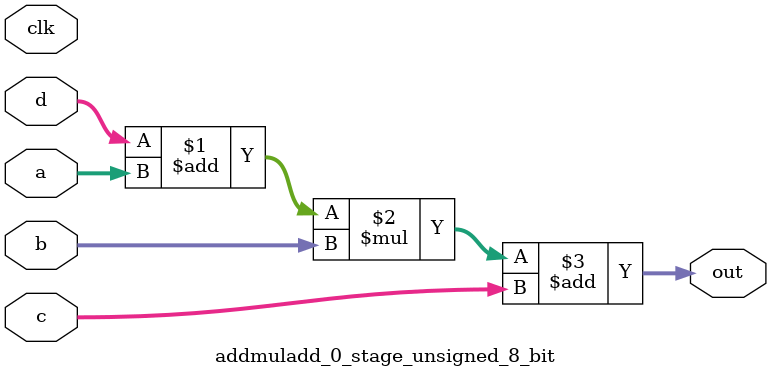
<source format=sv>
(* use_dsp = "yes" *) module addmuladd_0_stage_unsigned_8_bit(
	input  [7:0] a,
	input  [7:0] b,
	input  [7:0] c,
	input  [7:0] d,
	output [7:0] out,
	input clk);

	assign out = ((d + a) * b) + c;
endmodule

</source>
